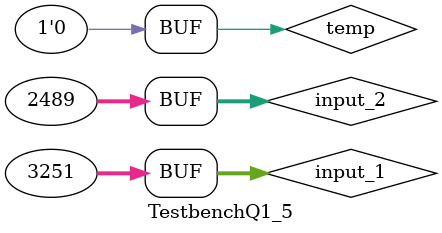
<source format=v>
module TestbenchQ1_5;
reg [0:31] input_1;
reg [0:31] input_2;
reg temp;
wire carry;
wire signed [0:31] total;
ModuleQ1_5 moduleTest(input_1, input_2, temp, carry, total);
initial begin
	input_1 = 1426;
	input_2 = 3803;
	temp = 1'b1;
	$monitor("input_1 = %d , input_2 = %d , temp = %b , total = %d , carry = %b", input_1, input_2, temp, total, carry);
	#10
	temp = 1'b0;
	$monitor("input_1 = %d , input_2 = %d , temp = %b , total = %d , carry = %b", input_1, input_2, temp, total, carry);
	#10
	input_1 = 3251;
	input_2 = 2489;
	temp = 1'b1;
	$monitor("input_1 = %d , input_2 = %d , temp = %b , total = %d , carry = %b", input_1, input_2, temp, total, carry);	
	#10
	temp = 1'b0;
	$monitor("input_1 = %d , input_2 = %d , temp = %b , total = %d , carry = %b", input_1, input_2, temp, total, carry);
end
endmodule
</source>
